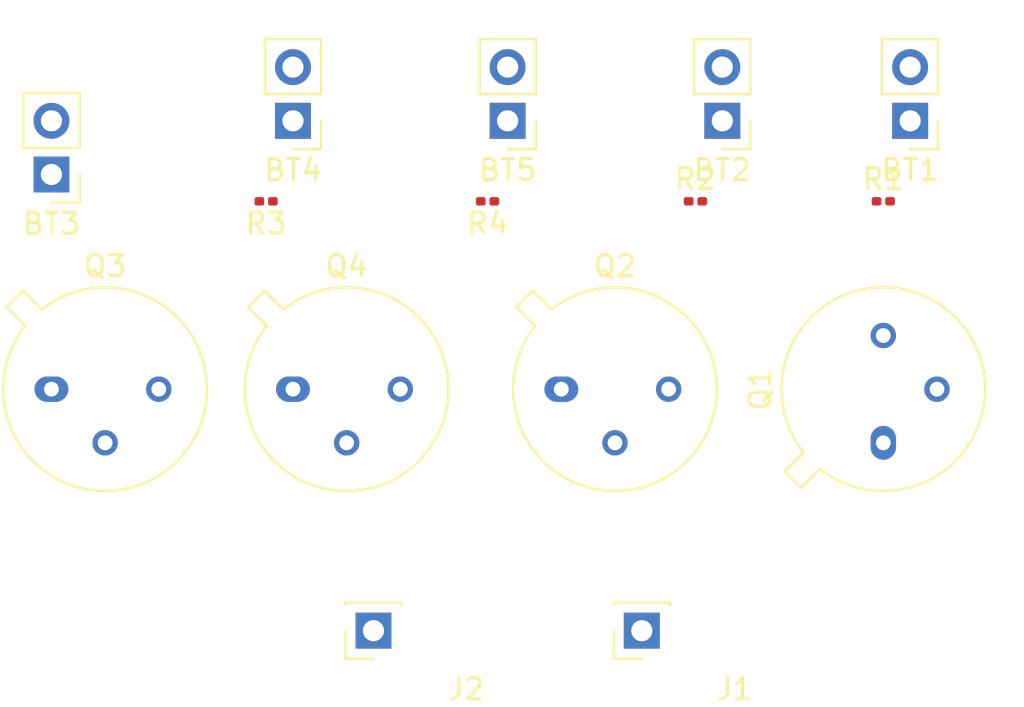
<source format=kicad_pcb>
(kicad_pcb (version 20171130) (host pcbnew 5.1.10-88a1d61d58~88~ubuntu20.04.1)

  (general
    (thickness 1.6)
    (drawings 0)
    (tracks 0)
    (zones 0)
    (modules 15)
    (nets 13)
  )

  (page A4)
  (layers
    (0 F.Cu signal)
    (1 In1.Cu power)
    (2 In2.Cu power)
    (31 B.Cu signal)
    (32 B.Adhes user)
    (33 F.Adhes user)
    (34 B.Paste user)
    (35 F.Paste user)
    (36 B.SilkS user)
    (37 F.SilkS user)
    (38 B.Mask user)
    (39 F.Mask user)
    (40 Dwgs.User user)
    (41 Cmts.User user)
    (42 Eco1.User user)
    (43 Eco2.User user)
    (44 Edge.Cuts user)
    (45 Margin user)
    (46 B.CrtYd user)
    (47 F.CrtYd user)
    (48 B.Fab user)
    (49 F.Fab user)
  )

  (setup
    (last_trace_width 0.25)
    (trace_clearance 0.2)
    (zone_clearance 0.508)
    (zone_45_only no)
    (trace_min 0.2)
    (via_size 0.8)
    (via_drill 0.4)
    (via_min_size 0.4)
    (via_min_drill 0.3)
    (uvia_size 0.3)
    (uvia_drill 0.1)
    (uvias_allowed no)
    (uvia_min_size 0.2)
    (uvia_min_drill 0.1)
    (edge_width 0.05)
    (segment_width 0.2)
    (pcb_text_width 0.3)
    (pcb_text_size 1.5 1.5)
    (mod_edge_width 0.12)
    (mod_text_size 1 1)
    (mod_text_width 0.15)
    (pad_size 1.524 1.524)
    (pad_drill 0.762)
    (pad_to_mask_clearance 0)
    (aux_axis_origin 0 0)
    (visible_elements FFFFFF7F)
    (pcbplotparams
      (layerselection 0x010fc_ffffffff)
      (usegerberextensions false)
      (usegerberattributes true)
      (usegerberadvancedattributes true)
      (creategerberjobfile true)
      (excludeedgelayer true)
      (linewidth 0.100000)
      (plotframeref false)
      (viasonmask false)
      (mode 1)
      (useauxorigin false)
      (hpglpennumber 1)
      (hpglpenspeed 20)
      (hpglpendiameter 15.000000)
      (psnegative false)
      (psa4output false)
      (plotreference true)
      (plotvalue true)
      (plotinvisibletext false)
      (padsonsilk false)
      (subtractmaskfromsilk false)
      (outputformat 1)
      (mirror false)
      (drillshape 1)
      (scaleselection 1)
      (outputdirectory ""))
  )

  (net 0 "")
  (net 1 "Net-(BT1-Pad1)")
  (net 2 "Net-(BT1-Pad2)")
  (net 3 "Net-(BT2-Pad1)")
  (net 4 "Net-(BT3-Pad1)")
  (net 5 "Net-(BT4-Pad1)")
  (net 6 "Net-(BT5-Pad1)")
  (net 7 "Net-(J1-Pad1)")
  (net 8 "Net-(J2-Pad1)")
  (net 9 "Net-(Q1-Pad2)")
  (net 10 "Net-(Q2-Pad2)")
  (net 11 "Net-(Q3-Pad2)")
  (net 12 "Net-(Q4-Pad2)")

  (net_class Default "This is the default net class."
    (clearance 0.2)
    (trace_width 0.25)
    (via_dia 0.8)
    (via_drill 0.4)
    (uvia_dia 0.3)
    (uvia_drill 0.1)
    (add_net "Net-(BT1-Pad1)")
    (add_net "Net-(BT1-Pad2)")
    (add_net "Net-(BT2-Pad1)")
    (add_net "Net-(BT3-Pad1)")
    (add_net "Net-(BT4-Pad1)")
    (add_net "Net-(BT5-Pad1)")
    (add_net "Net-(J1-Pad1)")
    (add_net "Net-(J2-Pad1)")
    (add_net "Net-(Q1-Pad2)")
    (add_net "Net-(Q2-Pad2)")
    (add_net "Net-(Q3-Pad2)")
    (add_net "Net-(Q4-Pad2)")
  )

  (module Connector_PinSocket_2.54mm:PinSocket_1x01_P2.54mm_Vertical (layer F.Cu) (tedit 5A19A434) (tstamp 60B8B901)
    (at 165.1 132.08 180)
    (descr "Through hole straight socket strip, 1x01, 2.54mm pitch, single row (from Kicad 4.0.7), script generated")
    (tags "Through hole socket strip THT 1x01 2.54mm single row")
    (path /60B914E4)
    (fp_text reference J1 (at -4.38 -2.77) (layer F.SilkS)
      (effects (font (size 1 1) (thickness 0.15)))
    )
    (fp_text value Motor_input_2 (at -4.38 2.77) (layer F.Fab)
      (effects (font (size 1 1) (thickness 0.15)))
    )
    (fp_line (start -1.8 1.75) (end -1.8 -1.8) (layer F.CrtYd) (width 0.05))
    (fp_line (start 1.75 1.75) (end -1.8 1.75) (layer F.CrtYd) (width 0.05))
    (fp_line (start 1.75 -1.8) (end 1.75 1.75) (layer F.CrtYd) (width 0.05))
    (fp_line (start -1.8 -1.8) (end 1.75 -1.8) (layer F.CrtYd) (width 0.05))
    (fp_line (start 0 -1.33) (end 1.33 -1.33) (layer F.SilkS) (width 0.12))
    (fp_line (start 1.33 -1.33) (end 1.33 0) (layer F.SilkS) (width 0.12))
    (fp_line (start 1.33 1.21) (end 1.33 1.33) (layer F.SilkS) (width 0.12))
    (fp_line (start -1.33 1.21) (end -1.33 1.33) (layer F.SilkS) (width 0.12))
    (fp_line (start -1.33 1.33) (end 1.33 1.33) (layer F.SilkS) (width 0.12))
    (fp_line (start -1.27 1.27) (end -1.27 -1.27) (layer F.Fab) (width 0.1))
    (fp_line (start 1.27 1.27) (end -1.27 1.27) (layer F.Fab) (width 0.1))
    (fp_line (start 1.27 -0.635) (end 1.27 1.27) (layer F.Fab) (width 0.1))
    (fp_line (start 0.635 -1.27) (end 1.27 -0.635) (layer F.Fab) (width 0.1))
    (fp_line (start -1.27 -1.27) (end 0.635 -1.27) (layer F.Fab) (width 0.1))
    (fp_text user %R (at -5.775 0) (layer F.Fab)
      (effects (font (size 1 1) (thickness 0.15)))
    )
    (pad 1 thru_hole rect (at 0 0 180) (size 1.7 1.7) (drill 1) (layers *.Cu *.Mask)
      (net 7 "Net-(J1-Pad1)"))
    (model ${KISYS3DMOD}/Connector_PinSocket_2.54mm.3dshapes/PinSocket_1x01_P2.54mm_Vertical.wrl
      (at (xyz 0 0 0))
      (scale (xyz 1 1 1))
      (rotate (xyz 0 0 0))
    )
  )

  (module Connector_PinSocket_2.54mm:PinSocket_1x01_P2.54mm_Vertical (layer F.Cu) (tedit 5A19A434) (tstamp 60B8B931)
    (at 152.4 132.08 180)
    (descr "Through hole straight socket strip, 1x01, 2.54mm pitch, single row (from Kicad 4.0.7), script generated")
    (tags "Through hole socket strip THT 1x01 2.54mm single row")
    (path /60B9089E)
    (fp_text reference J2 (at -4.38 -2.77) (layer F.SilkS)
      (effects (font (size 1 1) (thickness 0.15)))
    )
    (fp_text value "Motor_input _2" (at -4.38 2.77) (layer F.Fab)
      (effects (font (size 1 1) (thickness 0.15)))
    )
    (fp_line (start -1.8 1.75) (end -1.8 -1.8) (layer F.CrtYd) (width 0.05))
    (fp_line (start 1.75 1.75) (end -1.8 1.75) (layer F.CrtYd) (width 0.05))
    (fp_line (start 1.75 -1.8) (end 1.75 1.75) (layer F.CrtYd) (width 0.05))
    (fp_line (start -1.8 -1.8) (end 1.75 -1.8) (layer F.CrtYd) (width 0.05))
    (fp_line (start 0 -1.33) (end 1.33 -1.33) (layer F.SilkS) (width 0.12))
    (fp_line (start 1.33 -1.33) (end 1.33 0) (layer F.SilkS) (width 0.12))
    (fp_line (start 1.33 1.21) (end 1.33 1.33) (layer F.SilkS) (width 0.12))
    (fp_line (start -1.33 1.21) (end -1.33 1.33) (layer F.SilkS) (width 0.12))
    (fp_line (start -1.33 1.33) (end 1.33 1.33) (layer F.SilkS) (width 0.12))
    (fp_line (start -1.27 1.27) (end -1.27 -1.27) (layer F.Fab) (width 0.1))
    (fp_line (start 1.27 1.27) (end -1.27 1.27) (layer F.Fab) (width 0.1))
    (fp_line (start 1.27 -0.635) (end 1.27 1.27) (layer F.Fab) (width 0.1))
    (fp_line (start 0.635 -1.27) (end 1.27 -0.635) (layer F.Fab) (width 0.1))
    (fp_line (start -1.27 -1.27) (end 0.635 -1.27) (layer F.Fab) (width 0.1))
    (fp_text user %R (at -5.775 0) (layer F.Fab)
      (effects (font (size 1 1) (thickness 0.15)))
    )
    (pad 1 thru_hole rect (at 0 0 180) (size 1.7 1.7) (drill 1) (layers *.Cu *.Mask)
      (net 8 "Net-(J2-Pad1)"))
    (model ${KISYS3DMOD}/Connector_PinSocket_2.54mm.3dshapes/PinSocket_1x01_P2.54mm_Vertical.wrl
      (at (xyz 0 0 0))
      (scale (xyz 1 1 1))
      (rotate (xyz 0 0 0))
    )
  )

  (module Connector_PinHeader_2.54mm:PinHeader_1x02_P2.54mm_Vertical (layer F.Cu) (tedit 59FED5CC) (tstamp 60B8B879)
    (at 177.8 107.95 180)
    (descr "Through hole straight pin header, 1x02, 2.54mm pitch, single row")
    (tags "Through hole pin header THT 1x02 2.54mm single row")
    (path /60B8F2AE)
    (fp_text reference BT1 (at 0 -2.33) (layer F.SilkS)
      (effects (font (size 1 1) (thickness 0.15)))
    )
    (fp_text value "3 v" (at 0 4.87) (layer F.Fab)
      (effects (font (size 1 1) (thickness 0.15)))
    )
    (fp_line (start 1.8 -1.8) (end -1.8 -1.8) (layer F.CrtYd) (width 0.05))
    (fp_line (start 1.8 4.35) (end 1.8 -1.8) (layer F.CrtYd) (width 0.05))
    (fp_line (start -1.8 4.35) (end 1.8 4.35) (layer F.CrtYd) (width 0.05))
    (fp_line (start -1.8 -1.8) (end -1.8 4.35) (layer F.CrtYd) (width 0.05))
    (fp_line (start -1.33 -1.33) (end 0 -1.33) (layer F.SilkS) (width 0.12))
    (fp_line (start -1.33 0) (end -1.33 -1.33) (layer F.SilkS) (width 0.12))
    (fp_line (start -1.33 1.27) (end 1.33 1.27) (layer F.SilkS) (width 0.12))
    (fp_line (start 1.33 1.27) (end 1.33 3.87) (layer F.SilkS) (width 0.12))
    (fp_line (start -1.33 1.27) (end -1.33 3.87) (layer F.SilkS) (width 0.12))
    (fp_line (start -1.33 3.87) (end 1.33 3.87) (layer F.SilkS) (width 0.12))
    (fp_line (start -1.27 -0.635) (end -0.635 -1.27) (layer F.Fab) (width 0.1))
    (fp_line (start -1.27 3.81) (end -1.27 -0.635) (layer F.Fab) (width 0.1))
    (fp_line (start 1.27 3.81) (end -1.27 3.81) (layer F.Fab) (width 0.1))
    (fp_line (start 1.27 -1.27) (end 1.27 3.81) (layer F.Fab) (width 0.1))
    (fp_line (start -0.635 -1.27) (end 1.27 -1.27) (layer F.Fab) (width 0.1))
    (fp_text user %R (at 0 1.27 90) (layer F.Fab)
      (effects (font (size 1 1) (thickness 0.15)))
    )
    (pad 1 thru_hole rect (at 0 0 180) (size 1.7 1.7) (drill 1) (layers *.Cu *.Mask)
      (net 1 "Net-(BT1-Pad1)"))
    (pad 2 thru_hole oval (at 0 2.54 180) (size 1.7 1.7) (drill 1) (layers *.Cu *.Mask)
      (net 2 "Net-(BT1-Pad2)"))
    (model ${KISYS3DMOD}/Connector_PinHeader_2.54mm.3dshapes/PinHeader_1x02_P2.54mm_Vertical.wrl
      (at (xyz 0 0 0))
      (scale (xyz 1 1 1))
      (rotate (xyz 0 0 0))
    )
  )

  (module Connector_PinHeader_2.54mm:PinHeader_1x02_P2.54mm_Vertical (layer F.Cu) (tedit 59FED5CC) (tstamp 60B8B88F)
    (at 168.91 107.95 180)
    (descr "Through hole straight pin header, 1x02, 2.54mm pitch, single row")
    (tags "Through hole pin header THT 1x02 2.54mm single row")
    (path /60B8F2BA)
    (fp_text reference BT2 (at 0 -2.33) (layer F.SilkS)
      (effects (font (size 1 1) (thickness 0.15)))
    )
    (fp_text value "3 v" (at 0 4.87) (layer F.Fab)
      (effects (font (size 1 1) (thickness 0.15)))
    )
    (fp_line (start -0.635 -1.27) (end 1.27 -1.27) (layer F.Fab) (width 0.1))
    (fp_line (start 1.27 -1.27) (end 1.27 3.81) (layer F.Fab) (width 0.1))
    (fp_line (start 1.27 3.81) (end -1.27 3.81) (layer F.Fab) (width 0.1))
    (fp_line (start -1.27 3.81) (end -1.27 -0.635) (layer F.Fab) (width 0.1))
    (fp_line (start -1.27 -0.635) (end -0.635 -1.27) (layer F.Fab) (width 0.1))
    (fp_line (start -1.33 3.87) (end 1.33 3.87) (layer F.SilkS) (width 0.12))
    (fp_line (start -1.33 1.27) (end -1.33 3.87) (layer F.SilkS) (width 0.12))
    (fp_line (start 1.33 1.27) (end 1.33 3.87) (layer F.SilkS) (width 0.12))
    (fp_line (start -1.33 1.27) (end 1.33 1.27) (layer F.SilkS) (width 0.12))
    (fp_line (start -1.33 0) (end -1.33 -1.33) (layer F.SilkS) (width 0.12))
    (fp_line (start -1.33 -1.33) (end 0 -1.33) (layer F.SilkS) (width 0.12))
    (fp_line (start -1.8 -1.8) (end -1.8 4.35) (layer F.CrtYd) (width 0.05))
    (fp_line (start -1.8 4.35) (end 1.8 4.35) (layer F.CrtYd) (width 0.05))
    (fp_line (start 1.8 4.35) (end 1.8 -1.8) (layer F.CrtYd) (width 0.05))
    (fp_line (start 1.8 -1.8) (end -1.8 -1.8) (layer F.CrtYd) (width 0.05))
    (fp_text user %R (at 0 1.27 90) (layer F.Fab)
      (effects (font (size 1 1) (thickness 0.15)))
    )
    (pad 2 thru_hole oval (at 0 2.54 180) (size 1.7 1.7) (drill 1) (layers *.Cu *.Mask)
      (net 2 "Net-(BT1-Pad2)"))
    (pad 1 thru_hole rect (at 0 0 180) (size 1.7 1.7) (drill 1) (layers *.Cu *.Mask)
      (net 3 "Net-(BT2-Pad1)"))
    (model ${KISYS3DMOD}/Connector_PinHeader_2.54mm.3dshapes/PinHeader_1x02_P2.54mm_Vertical.wrl
      (at (xyz 0 0 0))
      (scale (xyz 1 1 1))
      (rotate (xyz 0 0 0))
    )
  )

  (module Connector_PinHeader_2.54mm:PinHeader_1x02_P2.54mm_Vertical (layer F.Cu) (tedit 59FED5CC) (tstamp 60B8B8A5)
    (at 137.16 110.49 180)
    (descr "Through hole straight pin header, 1x02, 2.54mm pitch, single row")
    (tags "Through hole pin header THT 1x02 2.54mm single row")
    (path /60B8F2E4)
    (fp_text reference BT3 (at 0 -2.33) (layer F.SilkS)
      (effects (font (size 1 1) (thickness 0.15)))
    )
    (fp_text value "12 v" (at 0 4.87) (layer F.Fab)
      (effects (font (size 1 1) (thickness 0.15)))
    )
    (fp_line (start 1.8 -1.8) (end -1.8 -1.8) (layer F.CrtYd) (width 0.05))
    (fp_line (start 1.8 4.35) (end 1.8 -1.8) (layer F.CrtYd) (width 0.05))
    (fp_line (start -1.8 4.35) (end 1.8 4.35) (layer F.CrtYd) (width 0.05))
    (fp_line (start -1.8 -1.8) (end -1.8 4.35) (layer F.CrtYd) (width 0.05))
    (fp_line (start -1.33 -1.33) (end 0 -1.33) (layer F.SilkS) (width 0.12))
    (fp_line (start -1.33 0) (end -1.33 -1.33) (layer F.SilkS) (width 0.12))
    (fp_line (start -1.33 1.27) (end 1.33 1.27) (layer F.SilkS) (width 0.12))
    (fp_line (start 1.33 1.27) (end 1.33 3.87) (layer F.SilkS) (width 0.12))
    (fp_line (start -1.33 1.27) (end -1.33 3.87) (layer F.SilkS) (width 0.12))
    (fp_line (start -1.33 3.87) (end 1.33 3.87) (layer F.SilkS) (width 0.12))
    (fp_line (start -1.27 -0.635) (end -0.635 -1.27) (layer F.Fab) (width 0.1))
    (fp_line (start -1.27 3.81) (end -1.27 -0.635) (layer F.Fab) (width 0.1))
    (fp_line (start 1.27 3.81) (end -1.27 3.81) (layer F.Fab) (width 0.1))
    (fp_line (start 1.27 -1.27) (end 1.27 3.81) (layer F.Fab) (width 0.1))
    (fp_line (start -0.635 -1.27) (end 1.27 -1.27) (layer F.Fab) (width 0.1))
    (fp_text user %R (at 0 1.27 90) (layer F.Fab)
      (effects (font (size 1 1) (thickness 0.15)))
    )
    (pad 1 thru_hole rect (at 0 0 180) (size 1.7 1.7) (drill 1) (layers *.Cu *.Mask)
      (net 4 "Net-(BT3-Pad1)"))
    (pad 2 thru_hole oval (at 0 2.54 180) (size 1.7 1.7) (drill 1) (layers *.Cu *.Mask)
      (net 2 "Net-(BT1-Pad2)"))
    (model ${KISYS3DMOD}/Connector_PinHeader_2.54mm.3dshapes/PinHeader_1x02_P2.54mm_Vertical.wrl
      (at (xyz 0 0 0))
      (scale (xyz 1 1 1))
      (rotate (xyz 0 0 0))
    )
  )

  (module Connector_PinHeader_2.54mm:PinHeader_1x02_P2.54mm_Vertical (layer F.Cu) (tedit 59FED5CC) (tstamp 60B8B8BB)
    (at 148.59 107.95 180)
    (descr "Through hole straight pin header, 1x02, 2.54mm pitch, single row")
    (tags "Through hole pin header THT 1x02 2.54mm single row")
    (path /60B8F2C0)
    (fp_text reference BT4 (at 0 -2.33) (layer F.SilkS)
      (effects (font (size 1 1) (thickness 0.15)))
    )
    (fp_text value "3 v" (at 0 4.87) (layer F.Fab)
      (effects (font (size 1 1) (thickness 0.15)))
    )
    (fp_line (start 1.8 -1.8) (end -1.8 -1.8) (layer F.CrtYd) (width 0.05))
    (fp_line (start 1.8 4.35) (end 1.8 -1.8) (layer F.CrtYd) (width 0.05))
    (fp_line (start -1.8 4.35) (end 1.8 4.35) (layer F.CrtYd) (width 0.05))
    (fp_line (start -1.8 -1.8) (end -1.8 4.35) (layer F.CrtYd) (width 0.05))
    (fp_line (start -1.33 -1.33) (end 0 -1.33) (layer F.SilkS) (width 0.12))
    (fp_line (start -1.33 0) (end -1.33 -1.33) (layer F.SilkS) (width 0.12))
    (fp_line (start -1.33 1.27) (end 1.33 1.27) (layer F.SilkS) (width 0.12))
    (fp_line (start 1.33 1.27) (end 1.33 3.87) (layer F.SilkS) (width 0.12))
    (fp_line (start -1.33 1.27) (end -1.33 3.87) (layer F.SilkS) (width 0.12))
    (fp_line (start -1.33 3.87) (end 1.33 3.87) (layer F.SilkS) (width 0.12))
    (fp_line (start -1.27 -0.635) (end -0.635 -1.27) (layer F.Fab) (width 0.1))
    (fp_line (start -1.27 3.81) (end -1.27 -0.635) (layer F.Fab) (width 0.1))
    (fp_line (start 1.27 3.81) (end -1.27 3.81) (layer F.Fab) (width 0.1))
    (fp_line (start 1.27 -1.27) (end 1.27 3.81) (layer F.Fab) (width 0.1))
    (fp_line (start -0.635 -1.27) (end 1.27 -1.27) (layer F.Fab) (width 0.1))
    (fp_text user %R (at 0 1.27 90) (layer F.Fab)
      (effects (font (size 1 1) (thickness 0.15)))
    )
    (pad 1 thru_hole rect (at 0 0 180) (size 1.7 1.7) (drill 1) (layers *.Cu *.Mask)
      (net 5 "Net-(BT4-Pad1)"))
    (pad 2 thru_hole oval (at 0 2.54 180) (size 1.7 1.7) (drill 1) (layers *.Cu *.Mask)
      (net 2 "Net-(BT1-Pad2)"))
    (model ${KISYS3DMOD}/Connector_PinHeader_2.54mm.3dshapes/PinHeader_1x02_P2.54mm_Vertical.wrl
      (at (xyz 0 0 0))
      (scale (xyz 1 1 1))
      (rotate (xyz 0 0 0))
    )
  )

  (module Connector_PinHeader_2.54mm:PinHeader_1x02_P2.54mm_Vertical (layer F.Cu) (tedit 59FED5CC) (tstamp 60B8B8D1)
    (at 158.75 107.95 180)
    (descr "Through hole straight pin header, 1x02, 2.54mm pitch, single row")
    (tags "Through hole pin header THT 1x02 2.54mm single row")
    (path /60B8F2C6)
    (fp_text reference BT5 (at 0 -2.33) (layer F.SilkS)
      (effects (font (size 1 1) (thickness 0.15)))
    )
    (fp_text value "3 v" (at 0 4.87) (layer F.Fab)
      (effects (font (size 1 1) (thickness 0.15)))
    )
    (fp_line (start -0.635 -1.27) (end 1.27 -1.27) (layer F.Fab) (width 0.1))
    (fp_line (start 1.27 -1.27) (end 1.27 3.81) (layer F.Fab) (width 0.1))
    (fp_line (start 1.27 3.81) (end -1.27 3.81) (layer F.Fab) (width 0.1))
    (fp_line (start -1.27 3.81) (end -1.27 -0.635) (layer F.Fab) (width 0.1))
    (fp_line (start -1.27 -0.635) (end -0.635 -1.27) (layer F.Fab) (width 0.1))
    (fp_line (start -1.33 3.87) (end 1.33 3.87) (layer F.SilkS) (width 0.12))
    (fp_line (start -1.33 1.27) (end -1.33 3.87) (layer F.SilkS) (width 0.12))
    (fp_line (start 1.33 1.27) (end 1.33 3.87) (layer F.SilkS) (width 0.12))
    (fp_line (start -1.33 1.27) (end 1.33 1.27) (layer F.SilkS) (width 0.12))
    (fp_line (start -1.33 0) (end -1.33 -1.33) (layer F.SilkS) (width 0.12))
    (fp_line (start -1.33 -1.33) (end 0 -1.33) (layer F.SilkS) (width 0.12))
    (fp_line (start -1.8 -1.8) (end -1.8 4.35) (layer F.CrtYd) (width 0.05))
    (fp_line (start -1.8 4.35) (end 1.8 4.35) (layer F.CrtYd) (width 0.05))
    (fp_line (start 1.8 4.35) (end 1.8 -1.8) (layer F.CrtYd) (width 0.05))
    (fp_line (start 1.8 -1.8) (end -1.8 -1.8) (layer F.CrtYd) (width 0.05))
    (fp_text user %R (at 0 1.27 90) (layer F.Fab)
      (effects (font (size 1 1) (thickness 0.15)))
    )
    (pad 2 thru_hole oval (at 0 2.54 180) (size 1.7 1.7) (drill 1) (layers *.Cu *.Mask)
      (net 2 "Net-(BT1-Pad2)"))
    (pad 1 thru_hole rect (at 0 0 180) (size 1.7 1.7) (drill 1) (layers *.Cu *.Mask)
      (net 6 "Net-(BT5-Pad1)"))
    (model ${KISYS3DMOD}/Connector_PinHeader_2.54mm.3dshapes/PinHeader_1x02_P2.54mm_Vertical.wrl
      (at (xyz 0 0 0))
      (scale (xyz 1 1 1))
      (rotate (xyz 0 0 0))
    )
  )

  (module Package_TO_SOT_THT:TO-39-3 (layer F.Cu) (tedit 5A02FF81) (tstamp 60B8B946)
    (at 176.53 123.19 90)
    (descr TO-39-3)
    (tags TO-39-3)
    (path /60B8C87F)
    (fp_text reference Q1 (at 2.54 -5.82 90) (layer F.SilkS)
      (effects (font (size 1 1) (thickness 0.15)))
    )
    (fp_text value 2N2219 (at 2.54 5.82 90) (layer F.Fab)
      (effects (font (size 1 1) (thickness 0.15)))
    )
    (fp_circle (center 2.54 0) (end 6.79 0) (layer F.Fab) (width 0.1))
    (fp_line (start 7.49 -4.95) (end -2.41 -4.95) (layer F.CrtYd) (width 0.05))
    (fp_line (start 7.49 4.95) (end 7.49 -4.95) (layer F.CrtYd) (width 0.05))
    (fp_line (start -2.41 4.95) (end 7.49 4.95) (layer F.CrtYd) (width 0.05))
    (fp_line (start -2.41 -4.95) (end -2.41 4.95) (layer F.CrtYd) (width 0.05))
    (fp_line (start -2.125856 -3.888039) (end -1.234902 -2.997084) (layer F.SilkS) (width 0.12))
    (fp_line (start -1.348039 -4.665856) (end -2.125856 -3.888039) (layer F.SilkS) (width 0.12))
    (fp_line (start -0.457084 -3.774902) (end -1.348039 -4.665856) (layer F.SilkS) (width 0.12))
    (fp_line (start -1.879621 -3.81151) (end -1.07352 -3.005408) (layer F.Fab) (width 0.1))
    (fp_line (start -1.27151 -4.419621) (end -1.879621 -3.81151) (layer F.Fab) (width 0.1))
    (fp_line (start -0.465408 -3.61352) (end -1.27151 -4.419621) (layer F.Fab) (width 0.1))
    (fp_text user %R (at 2.54 -5.82 90) (layer F.Fab)
      (effects (font (size 1 1) (thickness 0.15)))
    )
    (fp_arc (start 2.54 0) (end -0.465408 -3.61352) (angle 349.5) (layer F.Fab) (width 0.1))
    (fp_arc (start 2.54 0) (end -0.457084 -3.774902) (angle 346.9) (layer F.SilkS) (width 0.12))
    (pad 1 thru_hole oval (at 0 0 90) (size 1.6 1.2) (drill 0.7) (layers *.Cu *.Mask)
      (net 7 "Net-(J1-Pad1)"))
    (pad 2 thru_hole oval (at 2.54 2.54 90) (size 1.2 1.2) (drill 0.7) (layers *.Cu *.Mask)
      (net 9 "Net-(Q1-Pad2)"))
    (pad 3 thru_hole oval (at 5.08 0 90) (size 1.2 1.2) (drill 0.7) (layers *.Cu *.Mask)
      (net 4 "Net-(BT3-Pad1)"))
    (model ${KISYS3DMOD}/Package_TO_SOT_THT.3dshapes/TO-39-3.wrl
      (at (xyz 0 0 0))
      (scale (xyz 1 1 1))
      (rotate (xyz 0 0 0))
    )
  )

  (module Package_TO_SOT_THT:TO-39-3 (layer F.Cu) (tedit 5A02FF81) (tstamp 60B8B95B)
    (at 161.29 120.65)
    (descr TO-39-3)
    (tags TO-39-3)
    (path /60B9474C)
    (fp_text reference Q2 (at 2.54 -5.82) (layer F.SilkS)
      (effects (font (size 1 1) (thickness 0.15)))
    )
    (fp_text value 2N2219 (at 2.54 5.82) (layer F.Fab)
      (effects (font (size 1 1) (thickness 0.15)))
    )
    (fp_line (start -0.465408 -3.61352) (end -1.27151 -4.419621) (layer F.Fab) (width 0.1))
    (fp_line (start -1.27151 -4.419621) (end -1.879621 -3.81151) (layer F.Fab) (width 0.1))
    (fp_line (start -1.879621 -3.81151) (end -1.07352 -3.005408) (layer F.Fab) (width 0.1))
    (fp_line (start -0.457084 -3.774902) (end -1.348039 -4.665856) (layer F.SilkS) (width 0.12))
    (fp_line (start -1.348039 -4.665856) (end -2.125856 -3.888039) (layer F.SilkS) (width 0.12))
    (fp_line (start -2.125856 -3.888039) (end -1.234902 -2.997084) (layer F.SilkS) (width 0.12))
    (fp_line (start -2.41 -4.95) (end -2.41 4.95) (layer F.CrtYd) (width 0.05))
    (fp_line (start -2.41 4.95) (end 7.49 4.95) (layer F.CrtYd) (width 0.05))
    (fp_line (start 7.49 4.95) (end 7.49 -4.95) (layer F.CrtYd) (width 0.05))
    (fp_line (start 7.49 -4.95) (end -2.41 -4.95) (layer F.CrtYd) (width 0.05))
    (fp_circle (center 2.54 0) (end 6.79 0) (layer F.Fab) (width 0.1))
    (fp_arc (start 2.54 0) (end -0.457084 -3.774902) (angle 346.9) (layer F.SilkS) (width 0.12))
    (fp_arc (start 2.54 0) (end -0.465408 -3.61352) (angle 349.5) (layer F.Fab) (width 0.1))
    (fp_text user %R (at 2.54 -5.82) (layer F.Fab)
      (effects (font (size 1 1) (thickness 0.15)))
    )
    (pad 3 thru_hole oval (at 5.08 0) (size 1.2 1.2) (drill 0.7) (layers *.Cu *.Mask)
      (net 7 "Net-(J1-Pad1)"))
    (pad 2 thru_hole oval (at 2.54 2.54) (size 1.2 1.2) (drill 0.7) (layers *.Cu *.Mask)
      (net 10 "Net-(Q2-Pad2)"))
    (pad 1 thru_hole oval (at 0 0) (size 1.6 1.2) (drill 0.7) (layers *.Cu *.Mask)
      (net 2 "Net-(BT1-Pad2)"))
    (model ${KISYS3DMOD}/Package_TO_SOT_THT.3dshapes/TO-39-3.wrl
      (at (xyz 0 0 0))
      (scale (xyz 1 1 1))
      (rotate (xyz 0 0 0))
    )
  )

  (module Package_TO_SOT_THT:TO-39-3 (layer F.Cu) (tedit 5A02FF81) (tstamp 60B8B970)
    (at 137.16 120.65)
    (descr TO-39-3)
    (tags TO-39-3)
    (path /60B94EB3)
    (fp_text reference Q3 (at 2.54 -5.82) (layer F.SilkS)
      (effects (font (size 1 1) (thickness 0.15)))
    )
    (fp_text value 2N2219 (at 2.54 5.82) (layer F.Fab)
      (effects (font (size 1 1) (thickness 0.15)))
    )
    (fp_circle (center 2.54 0) (end 6.79 0) (layer F.Fab) (width 0.1))
    (fp_line (start 7.49 -4.95) (end -2.41 -4.95) (layer F.CrtYd) (width 0.05))
    (fp_line (start 7.49 4.95) (end 7.49 -4.95) (layer F.CrtYd) (width 0.05))
    (fp_line (start -2.41 4.95) (end 7.49 4.95) (layer F.CrtYd) (width 0.05))
    (fp_line (start -2.41 -4.95) (end -2.41 4.95) (layer F.CrtYd) (width 0.05))
    (fp_line (start -2.125856 -3.888039) (end -1.234902 -2.997084) (layer F.SilkS) (width 0.12))
    (fp_line (start -1.348039 -4.665856) (end -2.125856 -3.888039) (layer F.SilkS) (width 0.12))
    (fp_line (start -0.457084 -3.774902) (end -1.348039 -4.665856) (layer F.SilkS) (width 0.12))
    (fp_line (start -1.879621 -3.81151) (end -1.07352 -3.005408) (layer F.Fab) (width 0.1))
    (fp_line (start -1.27151 -4.419621) (end -1.879621 -3.81151) (layer F.Fab) (width 0.1))
    (fp_line (start -0.465408 -3.61352) (end -1.27151 -4.419621) (layer F.Fab) (width 0.1))
    (fp_text user %R (at 2.54 -5.82) (layer F.Fab)
      (effects (font (size 1 1) (thickness 0.15)))
    )
    (fp_arc (start 2.54 0) (end -0.465408 -3.61352) (angle 349.5) (layer F.Fab) (width 0.1))
    (fp_arc (start 2.54 0) (end -0.457084 -3.774902) (angle 346.9) (layer F.SilkS) (width 0.12))
    (pad 1 thru_hole oval (at 0 0) (size 1.6 1.2) (drill 0.7) (layers *.Cu *.Mask)
      (net 4 "Net-(BT3-Pad1)"))
    (pad 2 thru_hole oval (at 2.54 2.54) (size 1.2 1.2) (drill 0.7) (layers *.Cu *.Mask)
      (net 11 "Net-(Q3-Pad2)"))
    (pad 3 thru_hole oval (at 5.08 0) (size 1.2 1.2) (drill 0.7) (layers *.Cu *.Mask)
      (net 8 "Net-(J2-Pad1)"))
    (model ${KISYS3DMOD}/Package_TO_SOT_THT.3dshapes/TO-39-3.wrl
      (at (xyz 0 0 0))
      (scale (xyz 1 1 1))
      (rotate (xyz 0 0 0))
    )
  )

  (module Package_TO_SOT_THT:TO-39-3 (layer F.Cu) (tedit 5A02FF81) (tstamp 60B8B985)
    (at 148.59 120.65)
    (descr TO-39-3)
    (tags TO-39-3)
    (path /60B957CD)
    (fp_text reference Q4 (at 2.54 -5.82) (layer F.SilkS)
      (effects (font (size 1 1) (thickness 0.15)))
    )
    (fp_text value 2N2219 (at 2.54 5.82) (layer F.Fab)
      (effects (font (size 1 1) (thickness 0.15)))
    )
    (fp_line (start -0.465408 -3.61352) (end -1.27151 -4.419621) (layer F.Fab) (width 0.1))
    (fp_line (start -1.27151 -4.419621) (end -1.879621 -3.81151) (layer F.Fab) (width 0.1))
    (fp_line (start -1.879621 -3.81151) (end -1.07352 -3.005408) (layer F.Fab) (width 0.1))
    (fp_line (start -0.457084 -3.774902) (end -1.348039 -4.665856) (layer F.SilkS) (width 0.12))
    (fp_line (start -1.348039 -4.665856) (end -2.125856 -3.888039) (layer F.SilkS) (width 0.12))
    (fp_line (start -2.125856 -3.888039) (end -1.234902 -2.997084) (layer F.SilkS) (width 0.12))
    (fp_line (start -2.41 -4.95) (end -2.41 4.95) (layer F.CrtYd) (width 0.05))
    (fp_line (start -2.41 4.95) (end 7.49 4.95) (layer F.CrtYd) (width 0.05))
    (fp_line (start 7.49 4.95) (end 7.49 -4.95) (layer F.CrtYd) (width 0.05))
    (fp_line (start 7.49 -4.95) (end -2.41 -4.95) (layer F.CrtYd) (width 0.05))
    (fp_circle (center 2.54 0) (end 6.79 0) (layer F.Fab) (width 0.1))
    (fp_arc (start 2.54 0) (end -0.457084 -3.774902) (angle 346.9) (layer F.SilkS) (width 0.12))
    (fp_arc (start 2.54 0) (end -0.465408 -3.61352) (angle 349.5) (layer F.Fab) (width 0.1))
    (fp_text user %R (at 2.54 -5.82) (layer F.Fab)
      (effects (font (size 1 1) (thickness 0.15)))
    )
    (pad 3 thru_hole oval (at 5.08 0) (size 1.2 1.2) (drill 0.7) (layers *.Cu *.Mask)
      (net 2 "Net-(BT1-Pad2)"))
    (pad 2 thru_hole oval (at 2.54 2.54) (size 1.2 1.2) (drill 0.7) (layers *.Cu *.Mask)
      (net 12 "Net-(Q4-Pad2)"))
    (pad 1 thru_hole oval (at 0 0) (size 1.6 1.2) (drill 0.7) (layers *.Cu *.Mask)
      (net 8 "Net-(J2-Pad1)"))
    (model ${KISYS3DMOD}/Package_TO_SOT_THT.3dshapes/TO-39-3.wrl
      (at (xyz 0 0 0))
      (scale (xyz 1 1 1))
      (rotate (xyz 0 0 0))
    )
  )

  (module Resistor_SMD:R_0201_0603Metric (layer F.Cu) (tedit 5F68FEEE) (tstamp 60B8B996)
    (at 176.53 111.76)
    (descr "Resistor SMD 0201 (0603 Metric), square (rectangular) end terminal, IPC_7351 nominal, (Body size source: https://www.vishay.com/docs/20052/crcw0201e3.pdf), generated with kicad-footprint-generator")
    (tags resistor)
    (path /60B8F2B4)
    (attr smd)
    (fp_text reference R1 (at 0 -1.05) (layer F.SilkS)
      (effects (font (size 1 1) (thickness 0.15)))
    )
    (fp_text value 407 (at 0 1.05) (layer F.Fab)
      (effects (font (size 1 1) (thickness 0.15)))
    )
    (fp_line (start -0.3 0.15) (end -0.3 -0.15) (layer F.Fab) (width 0.1))
    (fp_line (start -0.3 -0.15) (end 0.3 -0.15) (layer F.Fab) (width 0.1))
    (fp_line (start 0.3 -0.15) (end 0.3 0.15) (layer F.Fab) (width 0.1))
    (fp_line (start 0.3 0.15) (end -0.3 0.15) (layer F.Fab) (width 0.1))
    (fp_line (start -0.7 0.35) (end -0.7 -0.35) (layer F.CrtYd) (width 0.05))
    (fp_line (start -0.7 -0.35) (end 0.7 -0.35) (layer F.CrtYd) (width 0.05))
    (fp_line (start 0.7 -0.35) (end 0.7 0.35) (layer F.CrtYd) (width 0.05))
    (fp_line (start 0.7 0.35) (end -0.7 0.35) (layer F.CrtYd) (width 0.05))
    (fp_text user %R (at 0 -0.68) (layer F.Fab)
      (effects (font (size 0.25 0.25) (thickness 0.04)))
    )
    (pad 2 smd roundrect (at 0.32 0) (size 0.46 0.4) (layers F.Cu F.Mask) (roundrect_rratio 0.25)
      (net 1 "Net-(BT1-Pad1)"))
    (pad 1 smd roundrect (at -0.32 0) (size 0.46 0.4) (layers F.Cu F.Mask) (roundrect_rratio 0.25)
      (net 9 "Net-(Q1-Pad2)"))
    (pad "" smd roundrect (at 0.345 0) (size 0.318 0.36) (layers F.Paste) (roundrect_rratio 0.25))
    (pad "" smd roundrect (at -0.345 0) (size 0.318 0.36) (layers F.Paste) (roundrect_rratio 0.25))
    (model ${KISYS3DMOD}/Resistor_SMD.3dshapes/R_0201_0603Metric.wrl
      (at (xyz 0 0 0))
      (scale (xyz 1 1 1))
      (rotate (xyz 0 0 0))
    )
  )

  (module Resistor_SMD:R_0201_0603Metric (layer F.Cu) (tedit 5F68FEEE) (tstamp 60B8B9A7)
    (at 167.64 111.76)
    (descr "Resistor SMD 0201 (0603 Metric), square (rectangular) end terminal, IPC_7351 nominal, (Body size source: https://www.vishay.com/docs/20052/crcw0201e3.pdf), generated with kicad-footprint-generator")
    (tags resistor)
    (path /60B8F280)
    (attr smd)
    (fp_text reference R2 (at 0 -1.05) (layer F.SilkS)
      (effects (font (size 1 1) (thickness 0.15)))
    )
    (fp_text value 407 (at 0 1.05) (layer F.Fab)
      (effects (font (size 1 1) (thickness 0.15)))
    )
    (fp_line (start 0.7 0.35) (end -0.7 0.35) (layer F.CrtYd) (width 0.05))
    (fp_line (start 0.7 -0.35) (end 0.7 0.35) (layer F.CrtYd) (width 0.05))
    (fp_line (start -0.7 -0.35) (end 0.7 -0.35) (layer F.CrtYd) (width 0.05))
    (fp_line (start -0.7 0.35) (end -0.7 -0.35) (layer F.CrtYd) (width 0.05))
    (fp_line (start 0.3 0.15) (end -0.3 0.15) (layer F.Fab) (width 0.1))
    (fp_line (start 0.3 -0.15) (end 0.3 0.15) (layer F.Fab) (width 0.1))
    (fp_line (start -0.3 -0.15) (end 0.3 -0.15) (layer F.Fab) (width 0.1))
    (fp_line (start -0.3 0.15) (end -0.3 -0.15) (layer F.Fab) (width 0.1))
    (fp_text user %R (at 0 -0.68) (layer F.Fab)
      (effects (font (size 0.25 0.25) (thickness 0.04)))
    )
    (pad "" smd roundrect (at -0.345 0) (size 0.318 0.36) (layers F.Paste) (roundrect_rratio 0.25))
    (pad "" smd roundrect (at 0.345 0) (size 0.318 0.36) (layers F.Paste) (roundrect_rratio 0.25))
    (pad 1 smd roundrect (at -0.32 0) (size 0.46 0.4) (layers F.Cu F.Mask) (roundrect_rratio 0.25)
      (net 10 "Net-(Q2-Pad2)"))
    (pad 2 smd roundrect (at 0.32 0) (size 0.46 0.4) (layers F.Cu F.Mask) (roundrect_rratio 0.25)
      (net 3 "Net-(BT2-Pad1)"))
    (model ${KISYS3DMOD}/Resistor_SMD.3dshapes/R_0201_0603Metric.wrl
      (at (xyz 0 0 0))
      (scale (xyz 1 1 1))
      (rotate (xyz 0 0 0))
    )
  )

  (module Resistor_SMD:R_0201_0603Metric (layer F.Cu) (tedit 5F68FEEE) (tstamp 60B8B9B8)
    (at 147.32 111.76 180)
    (descr "Resistor SMD 0201 (0603 Metric), square (rectangular) end terminal, IPC_7351 nominal, (Body size source: https://www.vishay.com/docs/20052/crcw0201e3.pdf), generated with kicad-footprint-generator")
    (tags resistor)
    (path /60B8F28C)
    (attr smd)
    (fp_text reference R3 (at 0 -1.05) (layer F.SilkS)
      (effects (font (size 1 1) (thickness 0.15)))
    )
    (fp_text value 407 (at 0 1.05) (layer F.Fab)
      (effects (font (size 1 1) (thickness 0.15)))
    )
    (fp_line (start 0.7 0.35) (end -0.7 0.35) (layer F.CrtYd) (width 0.05))
    (fp_line (start 0.7 -0.35) (end 0.7 0.35) (layer F.CrtYd) (width 0.05))
    (fp_line (start -0.7 -0.35) (end 0.7 -0.35) (layer F.CrtYd) (width 0.05))
    (fp_line (start -0.7 0.35) (end -0.7 -0.35) (layer F.CrtYd) (width 0.05))
    (fp_line (start 0.3 0.15) (end -0.3 0.15) (layer F.Fab) (width 0.1))
    (fp_line (start 0.3 -0.15) (end 0.3 0.15) (layer F.Fab) (width 0.1))
    (fp_line (start -0.3 -0.15) (end 0.3 -0.15) (layer F.Fab) (width 0.1))
    (fp_line (start -0.3 0.15) (end -0.3 -0.15) (layer F.Fab) (width 0.1))
    (fp_text user %R (at 0 -0.68) (layer F.Fab)
      (effects (font (size 0.25 0.25) (thickness 0.04)))
    )
    (pad "" smd roundrect (at -0.345 0 180) (size 0.318 0.36) (layers F.Paste) (roundrect_rratio 0.25))
    (pad "" smd roundrect (at 0.345 0 180) (size 0.318 0.36) (layers F.Paste) (roundrect_rratio 0.25))
    (pad 1 smd roundrect (at -0.32 0 180) (size 0.46 0.4) (layers F.Cu F.Mask) (roundrect_rratio 0.25)
      (net 5 "Net-(BT4-Pad1)"))
    (pad 2 smd roundrect (at 0.32 0 180) (size 0.46 0.4) (layers F.Cu F.Mask) (roundrect_rratio 0.25)
      (net 11 "Net-(Q3-Pad2)"))
    (model ${KISYS3DMOD}/Resistor_SMD.3dshapes/R_0201_0603Metric.wrl
      (at (xyz 0 0 0))
      (scale (xyz 1 1 1))
      (rotate (xyz 0 0 0))
    )
  )

  (module Resistor_SMD:R_0201_0603Metric (layer F.Cu) (tedit 5F68FEEE) (tstamp 60B8B9C9)
    (at 157.8 111.76 180)
    (descr "Resistor SMD 0201 (0603 Metric), square (rectangular) end terminal, IPC_7351 nominal, (Body size source: https://www.vishay.com/docs/20052/crcw0201e3.pdf), generated with kicad-footprint-generator")
    (tags resistor)
    (path /60B8F286)
    (attr smd)
    (fp_text reference R4 (at 0 -1.05) (layer F.SilkS)
      (effects (font (size 1 1) (thickness 0.15)))
    )
    (fp_text value 407 (at 0 1.05) (layer F.Fab)
      (effects (font (size 1 1) (thickness 0.15)))
    )
    (fp_line (start -0.3 0.15) (end -0.3 -0.15) (layer F.Fab) (width 0.1))
    (fp_line (start -0.3 -0.15) (end 0.3 -0.15) (layer F.Fab) (width 0.1))
    (fp_line (start 0.3 -0.15) (end 0.3 0.15) (layer F.Fab) (width 0.1))
    (fp_line (start 0.3 0.15) (end -0.3 0.15) (layer F.Fab) (width 0.1))
    (fp_line (start -0.7 0.35) (end -0.7 -0.35) (layer F.CrtYd) (width 0.05))
    (fp_line (start -0.7 -0.35) (end 0.7 -0.35) (layer F.CrtYd) (width 0.05))
    (fp_line (start 0.7 -0.35) (end 0.7 0.35) (layer F.CrtYd) (width 0.05))
    (fp_line (start 0.7 0.35) (end -0.7 0.35) (layer F.CrtYd) (width 0.05))
    (fp_text user %R (at 0 -0.68) (layer F.Fab)
      (effects (font (size 0.25 0.25) (thickness 0.04)))
    )
    (pad 2 smd roundrect (at 0.32 0 180) (size 0.46 0.4) (layers F.Cu F.Mask) (roundrect_rratio 0.25)
      (net 12 "Net-(Q4-Pad2)"))
    (pad 1 smd roundrect (at -0.32 0 180) (size 0.46 0.4) (layers F.Cu F.Mask) (roundrect_rratio 0.25)
      (net 6 "Net-(BT5-Pad1)"))
    (pad "" smd roundrect (at 0.345 0 180) (size 0.318 0.36) (layers F.Paste) (roundrect_rratio 0.25))
    (pad "" smd roundrect (at -0.345 0 180) (size 0.318 0.36) (layers F.Paste) (roundrect_rratio 0.25))
    (model ${KISYS3DMOD}/Resistor_SMD.3dshapes/R_0201_0603Metric.wrl
      (at (xyz 0 0 0))
      (scale (xyz 1 1 1))
      (rotate (xyz 0 0 0))
    )
  )

)

</source>
